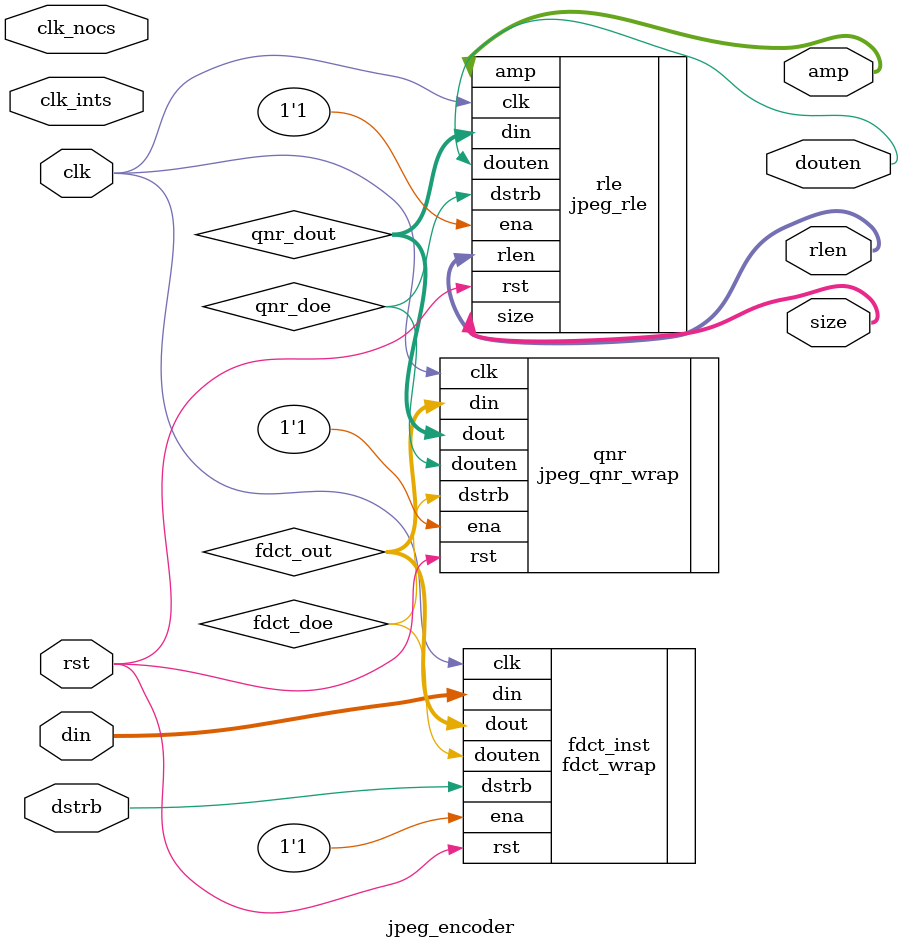
<source format=sv>
/* 
 * function : connect jpeg application to noc 
 * author   : mohamed s. abdelfattah
 * date     : 13-sept-2014
 */

//synopsys translate_off
`include "timescale.v"
//synopsys translate_on

module jpeg_encoder
#(
	parameter COEF_WIDTH = 11,
	parameter DI_WIDTH = 8
)
(
	input clk, //sys clk
	input rst, //active-low async reset
	
	input clk_ints,
	input clk_nocs,

	input       dstrb, //data strobe . preset dstrb 1 cycle before data blk
	input [7:0] din,   // input pixels
	
	output  [3:0] size,  //size
	output  [3:0] rlen,  //run-length
	output [11:0] amp,   //amplitude
	output        douten //data out enable
);

// variables
reg  [11:0] fdct_out;
wire 		fdct_doe;
wire [10:0] qnr_dout;
reg         qnr_doe;

// Hookup DCT to node 0
fdct_wrap #(COEF_WIDTH, DI_WIDTH, 12)
fdct_inst
(
	.clk(clk),
	.rst(rst),
	
	.ena(1'b1),
	.dstrb(dstrb),
	.din(din),

	.dout(fdct_out),
	.douten(fdct_doe)
);

// Hookup QNR to node 1
jpeg_qnr_wrap
qnr(
	.clk(clk),
	.rst(rst),
	
	.ena(1'b1),
	.dstrb(fdct_doe),
	.din(fdct_out),

	.dout(qnr_dout),
	.douten(qnr_doe)
);

// Hookup RLE to node 2
jpeg_rle
rle(
	.clk(clk),
	.rst(rst),
	
	.ena(1'b1),
	.dstrb(qnr_doe),
	.din(qnr_dout),
	
	.size(size),
	.rlen(rlen),
	.amp(amp),
	.douten(douten)
);

endmodule

</source>
